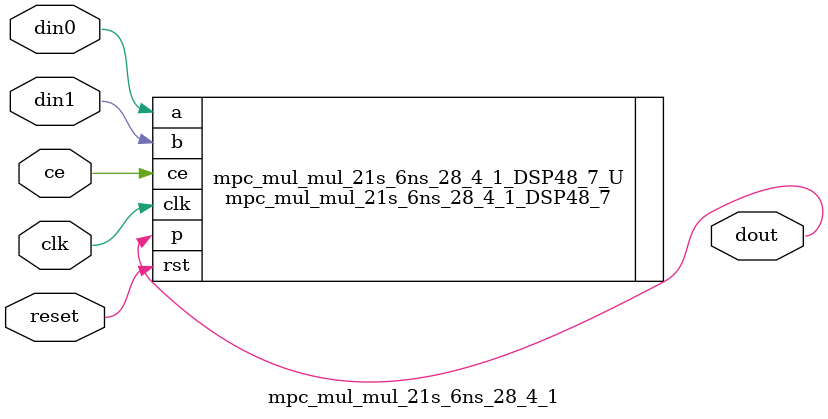
<source format=v>
module mpc_mul_mul_21s_6ns_28_4_1(
    clk,
    reset,
    ce,
    din0,
    din1,
    dout);

parameter ID = 32'd1;
parameter NUM_STAGE = 32'd1;
parameter din0_WIDTH = 32'd1;
parameter din1_WIDTH = 32'd1;
parameter dout_WIDTH = 32'd1;
input clk;
input reset;
input ce;
input[din0_WIDTH - 1:0] din0;
input[din1_WIDTH - 1:0] din1;
output[dout_WIDTH - 1:0] dout;



mpc_mul_mul_21s_6ns_28_4_1_DSP48_7 mpc_mul_mul_21s_6ns_28_4_1_DSP48_7_U(
    .clk( clk ),
    .rst( reset ),
    .ce( ce ),
    .a( din0 ),
    .b( din1 ),
    .p( dout ));

endmodule

</source>
